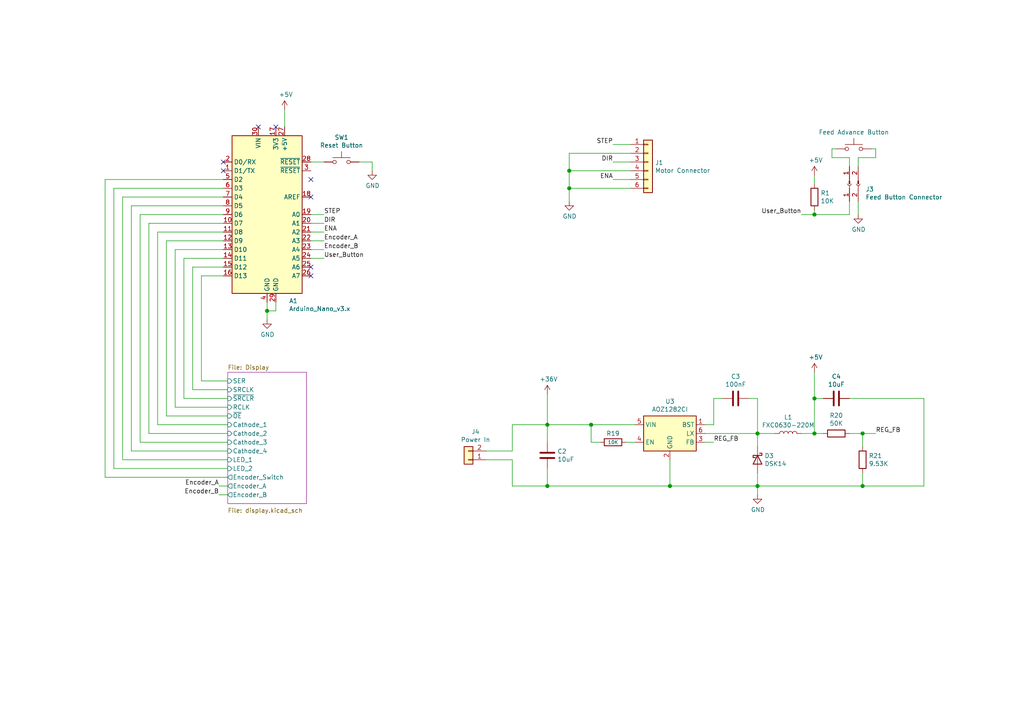
<source format=kicad_sch>
(kicad_sch (version 20210126) (generator eeschema)
  (paper "A4")
  (lib_symbols
    (symbol "Connector:Conn_01x02_Female" (pin_names hide)
      (property "Reference" "J" (at 0 2.54 0))
      (property "Value" "Conn_01x02_Female" (at 0 -5.08 0))
      (symbol "Conn_01x02_Female_1_1"
        (arc (start 0 -2.032) (end 0 -3.048) (radius (at 0 -2.54) (length 0.508) (angles 90.1 -90.1)) (stroke (width 0.1524)))
        (arc (start 0 0.508) (end 0 -0.508) (radius (at 0 0) (length 0.508) (angles 90.1 -90.1)) (stroke (width 0.1524)))
        (polyline (pts (xy -1.27 -2.54) (xy -0.508 -2.54)) (stroke (width 0.1524)))
        (polyline (pts (xy -1.27 0) (xy -0.508 0)) (stroke (width 0.1524)))
        (pin passive line (at -5.08 0 0) (length 3.81) (name "Pin_1") (number "1"))
        (pin passive line (at -5.08 -2.54 0) (length 3.81) (name "Pin_2") (number "2"))
      )
    )
    (symbol "Connector:Conn_01x02_Male" (pin_names hide)
      (property "Reference" "J" (at 0 2.54 0))
      (property "Value" "Conn_01x02_Male" (at 0 -5.08 0))
      (symbol "Conn_01x02_Male_1_1"
        (rectangle (start 0.8636 -2.413) (end 0 -2.667) (stroke (width 0.1524)) (fill (type outline)))
        (rectangle (start 0.8636 0.127) (end 0 -0.127) (stroke (width 0.1524)) (fill (type outline)))
        (polyline (pts (xy 1.27 -2.54) (xy 0.8636 -2.54)) (stroke (width 0.1524)))
        (polyline (pts (xy 1.27 0) (xy 0.8636 0)) (stroke (width 0.1524)))
        (pin passive line (at 5.08 0 180) (length 3.81) (name "Pin_1") (number "1"))
        (pin passive line (at 5.08 -2.54 180) (length 3.81) (name "Pin_2") (number "2"))
      )
    )
    (symbol "Connector_Generic:Conn_01x02" (pin_names hide)
      (property "Reference" "J" (at 0 2.54 0))
      (property "Value" "Conn_01x02" (at 0 -5.08 0))
      (symbol "Conn_01x02_1_1"
        (rectangle (start -1.27 -2.413) (end 0 -2.667) (stroke (width 0.1524)))
        (rectangle (start -1.27 0.127) (end 0 -0.127) (stroke (width 0.1524)))
        (rectangle (start -1.27 1.27) (end 1.27 -3.81) (stroke (width 0.254)) (fill (type background)))
        (pin passive line (at -5.08 0 0) (length 3.81) (name "Pin_1") (number "1"))
        (pin passive line (at -5.08 -2.54 0) (length 3.81) (name "Pin_2") (number "2"))
      )
    )
    (symbol "Connector_Generic:Conn_01x06" (pin_names hide)
      (property "Reference" "J" (at 0 7.62 0))
      (property "Value" "Conn_01x06" (at 0 -10.16 0))
      (symbol "Conn_01x06_1_1"
        (rectangle (start -1.27 -7.493) (end 0 -7.747) (stroke (width 0.1524)))
        (rectangle (start -1.27 -4.953) (end 0 -5.207) (stroke (width 0.1524)))
        (rectangle (start -1.27 -2.413) (end 0 -2.667) (stroke (width 0.1524)))
        (rectangle (start -1.27 0.127) (end 0 -0.127) (stroke (width 0.1524)))
        (rectangle (start -1.27 2.667) (end 0 2.413) (stroke (width 0.1524)))
        (rectangle (start -1.27 5.207) (end 0 4.953) (stroke (width 0.1524)))
        (rectangle (start -1.27 6.35) (end 1.27 -8.89) (stroke (width 0.254)) (fill (type background)))
        (pin passive line (at -5.08 5.08 0) (length 3.81) (name "Pin_1") (number "1"))
        (pin passive line (at -5.08 2.54 0) (length 3.81) (name "Pin_2") (number "2"))
        (pin passive line (at -5.08 0 0) (length 3.81) (name "Pin_3") (number "3"))
        (pin passive line (at -5.08 -2.54 0) (length 3.81) (name "Pin_4") (number "4"))
        (pin passive line (at -5.08 -5.08 0) (length 3.81) (name "Pin_5") (number "5"))
        (pin passive line (at -5.08 -7.62 0) (length 3.81) (name "Pin_6") (number "6"))
      )
    )
    (symbol "Device:C" (pin_numbers hide) (pin_names (offset 0.254))
      (property "Reference" "C" (at 0.635 2.54 0))
      (property "Value" "C" (at 0.635 -2.54 0))
      (symbol "C_0_1"
        (polyline (pts (xy -2.032 -0.762) (xy 2.032 -0.762)) (stroke (width 0.508)))
        (polyline (pts (xy -2.032 0.762) (xy 2.032 0.762)) (stroke (width 0.508)))
      )
      (symbol "C_1_1"
        (pin passive line (at 0 3.81 270) (length 2.794) (name "~") (number "1"))
        (pin passive line (at 0 -3.81 90) (length 2.794) (name "~") (number "2"))
      )
    )
    (symbol "Device:D_Schottky" (pin_numbers hide) (pin_names hide)
      (property "Reference" "D" (at 0 2.54 0))
      (property "Value" "D_Schottky" (at 0 -2.54 0))
      (symbol "D_Schottky_0_1"
        (polyline (pts (xy 1.27 0) (xy -1.27 0)))
        (polyline (pts (xy 1.27 1.27) (xy 1.27 -1.27) (xy -1.27 0) (xy 1.27 1.27)) (stroke (width 0.254)))
        (polyline (pts (xy -1.905 0.635) (xy -1.905 1.27) (xy -1.27 1.27) (xy -1.27 -1.27) (xy -0.635 -1.27) (xy -0.635 -0.635)) (stroke (width 0.254)))
      )
      (symbol "D_Schottky_1_1"
        (pin passive line (at -3.81 0 0) (length 2.54) (name "K") (number "1"))
        (pin passive line (at 3.81 0 180) (length 2.54) (name "A") (number "2"))
      )
    )
    (symbol "Device:L" (pin_numbers hide) (pin_names hide)
      (property "Reference" "L" (at -1.27 0 90))
      (property "Value" "L" (at 1.905 0 90))
      (symbol "L_0_1"
        (arc (start 0 -2.54) (end 0 -1.27) (radius (at 0 -1.905) (length 0.635) (angles -89.9 89.9)))
        (arc (start 0 -1.27) (end 0 0) (radius (at 0 -0.635) (length 0.635) (angles -89.9 89.9)))
        (arc (start 0 0) (end 0 1.27) (radius (at 0 0.635) (length 0.635) (angles -89.9 89.9)))
        (arc (start 0 1.27) (end 0 2.54) (radius (at 0 1.905) (length 0.635) (angles -89.9 89.9)))
      )
      (symbol "L_1_1"
        (pin passive line (at 0 3.81 270) (length 1.27) (name "1") (number "1"))
        (pin passive line (at 0 -3.81 90) (length 1.27) (name "2") (number "2"))
      )
    )
    (symbol "Device:R" (pin_numbers hide) (pin_names (offset 0))
      (property "Reference" "R" (at 2.032 0 90))
      (property "Value" "R" (at 0 0 90))
      (symbol "R_0_1"
        (rectangle (start -1.016 -2.54) (end 1.016 2.54) (stroke (width 0.254)))
      )
      (symbol "R_1_1"
        (pin passive line (at 0 3.81 270) (length 1.27) (name "~") (number "1"))
        (pin passive line (at 0 -3.81 90) (length 1.27) (name "~") (number "2"))
      )
    )
    (symbol "MCU_Module:Arduino_Nano_v3.x"
      (property "Reference" "A" (at -10.16 23.495 0))
      (property "Value" "Arduino_Nano_v3.x" (at 5.08 -24.13 0))
      (symbol "Arduino_Nano_v3.x_0_1"
        (rectangle (start -10.16 22.86) (end 10.16 -22.86) (stroke (width 0.254)) (fill (type background)))
      )
      (symbol "Arduino_Nano_v3.x_1_1"
        (pin bidirectional line (at -12.7 12.7 0) (length 2.54) (name "D1/TX") (number "1"))
        (pin bidirectional line (at -12.7 -2.54 0) (length 2.54) (name "D7") (number "10"))
        (pin bidirectional line (at -12.7 -5.08 0) (length 2.54) (name "D8") (number "11"))
        (pin bidirectional line (at -12.7 -7.62 0) (length 2.54) (name "D9") (number "12"))
        (pin bidirectional line (at -12.7 -10.16 0) (length 2.54) (name "D10") (number "13"))
        (pin bidirectional line (at -12.7 -12.7 0) (length 2.54) (name "D11") (number "14"))
        (pin bidirectional line (at -12.7 -15.24 0) (length 2.54) (name "D12") (number "15"))
        (pin bidirectional line (at -12.7 -17.78 0) (length 2.54) (name "D13") (number "16"))
        (pin power_out line (at 2.54 25.4 270) (length 2.54) (name "3V3") (number "17"))
        (pin input line (at 12.7 5.08 180) (length 2.54) (name "AREF") (number "18"))
        (pin bidirectional line (at 12.7 0 180) (length 2.54) (name "A0") (number "19"))
        (pin bidirectional line (at -12.7 15.24 0) (length 2.54) (name "D0/RX") (number "2"))
        (pin bidirectional line (at 12.7 -2.54 180) (length 2.54) (name "A1") (number "20"))
        (pin bidirectional line (at 12.7 -5.08 180) (length 2.54) (name "A2") (number "21"))
        (pin bidirectional line (at 12.7 -7.62 180) (length 2.54) (name "A3") (number "22"))
        (pin bidirectional line (at 12.7 -10.16 180) (length 2.54) (name "A4") (number "23"))
        (pin bidirectional line (at 12.7 -12.7 180) (length 2.54) (name "A5") (number "24"))
        (pin bidirectional line (at 12.7 -15.24 180) (length 2.54) (name "A6") (number "25"))
        (pin bidirectional line (at 12.7 -17.78 180) (length 2.54) (name "A7") (number "26"))
        (pin power_out line (at 5.08 25.4 270) (length 2.54) (name "+5V") (number "27"))
        (pin input line (at 12.7 15.24 180) (length 2.54) (name "~RESET") (number "28"))
        (pin power_in line (at 2.54 -25.4 90) (length 2.54) (name "GND") (number "29"))
        (pin input line (at 12.7 12.7 180) (length 2.54) (name "~RESET") (number "3"))
        (pin power_in line (at -2.54 25.4 270) (length 2.54) (name "VIN") (number "30"))
        (pin power_in line (at 0 -25.4 90) (length 2.54) (name "GND") (number "4"))
        (pin bidirectional line (at -12.7 10.16 0) (length 2.54) (name "D2") (number "5"))
        (pin bidirectional line (at -12.7 7.62 0) (length 2.54) (name "D3") (number "6"))
        (pin bidirectional line (at -12.7 5.08 0) (length 2.54) (name "D4") (number "7"))
        (pin bidirectional line (at -12.7 2.54 0) (length 2.54) (name "D5") (number "8"))
        (pin bidirectional line (at -12.7 0 0) (length 2.54) (name "D6") (number "9"))
      )
    )
    (symbol "Regulator_Switching:AOZ1282CI"
      (property "Reference" "U" (at -6.35 -6.35 0))
      (property "Value" "AOZ1282CI" (at -2.54 6.35 0))
      (symbol "AOZ1282CI_0_1"
        (rectangle (start -7.62 5.08) (end 7.62 -5.08) (stroke (width 0.254)) (fill (type background)))
      )
      (symbol "AOZ1282CI_1_1"
        (pin input line (at 10.16 2.54 180) (length 2.54) (name "BST") (number "1"))
        (pin power_in line (at 0 -7.62 90) (length 2.54) (name "GND") (number "2"))
        (pin input line (at 10.16 -2.54 180) (length 2.54) (name "FB") (number "3"))
        (pin input line (at -10.16 -2.54 0) (length 2.54) (name "EN") (number "4"))
        (pin power_in line (at -10.16 2.54 0) (length 2.54) (name "VIN") (number "5"))
        (pin power_out line (at 10.16 0 180) (length 2.54) (name "LX") (number "6"))
      )
    )
    (symbol "Switch:SW_Push" (pin_numbers hide) (pin_names hide)
      (property "Reference" "SW" (at 1.27 2.54 0))
      (property "Value" "SW_Push" (at 0 -1.524 0))
      (symbol "SW_Push_0_1"
        (circle (center -2.032 0) (radius 0.508))
        (circle (center 2.032 0) (radius 0.508))
        (polyline (pts (xy 0 1.27) (xy 0 3.048)))
        (polyline (pts (xy 2.54 1.27) (xy -2.54 1.27)))
        (pin passive line (at -5.08 0 0) (length 2.54) (name "1") (number "1"))
        (pin passive line (at 5.08 0 180) (length 2.54) (name "2") (number "2"))
      )
    )
    (symbol "power:+36V" (power) (pin_names (offset 0))
      (property "Value" "+36V" (at 0 3.556 0))
      (symbol "+36V_0_1"
        (polyline (pts (xy -0.762 1.27) (xy 0 2.54)))
        (polyline (pts (xy 0 0) (xy 0 2.54)))
        (polyline (pts (xy 0 2.54) (xy 0.762 1.27)))
      )
      (symbol "+36V_1_1"
        (pin power_in line (at 0 0 90) (length 0) hide (name "+36V") (number "1"))
      )
    )
    (symbol "power:+5V" (power) (pin_names (offset 0))
      (property "Value" "+5V" (at 0 3.556 0))
      (symbol "+5V_0_1"
        (polyline (pts (xy -0.762 1.27) (xy 0 2.54)))
        (polyline (pts (xy 0 0) (xy 0 2.54)))
        (polyline (pts (xy 0 2.54) (xy 0.762 1.27)))
      )
      (symbol "+5V_1_1"
        (pin power_in line (at 0 0 90) (length 0) hide (name "+5V") (number "1"))
      )
    )
    (symbol "power:GND" (power) (pin_names (offset 0))
      (property "Value" "GND" (at 0 -3.81 0))
      (symbol "GND_0_1"
        (polyline (pts (xy 0 0) (xy 0 -1.27) (xy 1.27 -1.27) (xy 0 -2.54) (xy -1.27 -1.27) (xy 0 -1.27)))
      )
      (symbol "GND_1_1"
        (pin power_in line (at 0 0 270) (length 0) hide (name "GND") (number "1"))
      )
    )
  )
  (junction (at 77.47 90.17) (diameter 1.016))
  (junction (at 158.75 123.19) (diameter 1.016))
  (junction (at 158.75 140.97) (diameter 1.016))
  (junction (at 165.1 49.53) (diameter 1.016))
  (junction (at 165.1 54.61) (diameter 1.016))
  (junction (at 171.45 123.19) (diameter 1.016))
  (junction (at 194.31 140.97) (diameter 1.016))
  (junction (at 219.71 125.73) (diameter 1.016))
  (junction (at 219.71 140.97) (diameter 1.016))
  (junction (at 236.22 62.23) (diameter 1.016))
  (junction (at 236.22 115.57) (diameter 1.016))
  (junction (at 236.22 125.73) (diameter 1.016))
  (junction (at 250.19 125.73) (diameter 1.016))
  (junction (at 250.19 140.97) (diameter 1.016))
  (no_connect (at 64.77 46.99))
  (no_connect (at 64.77 49.53))
  (no_connect (at 74.93 36.83))
  (no_connect (at 80.01 36.83))
  (no_connect (at 90.17 52.07))
  (no_connect (at 90.17 57.15))
  (no_connect (at 90.17 77.47))
  (no_connect (at 90.17 80.01))
  (wire (pts (xy 30.48 52.07) (xy 64.77 52.07)))
  (wire (pts (xy 30.48 138.43) (xy 30.48 52.07)))
  (wire (pts (xy 33.02 54.61) (xy 64.77 54.61)))
  (wire (pts (xy 33.02 135.89) (xy 33.02 54.61)))
  (wire (pts (xy 35.56 57.15) (xy 35.56 133.35)))
  (wire (pts (xy 35.56 133.35) (xy 66.04 133.35)))
  (wire (pts (xy 38.1 59.69) (xy 64.77 59.69)))
  (wire (pts (xy 38.1 130.81) (xy 38.1 59.69)))
  (wire (pts (xy 40.64 62.23) (xy 64.77 62.23)))
  (wire (pts (xy 40.64 128.27) (xy 40.64 62.23)))
  (wire (pts (xy 43.18 64.77) (xy 43.18 125.73)))
  (wire (pts (xy 43.18 125.73) (xy 66.04 125.73)))
  (wire (pts (xy 45.72 67.31) (xy 64.77 67.31)))
  (wire (pts (xy 45.72 123.19) (xy 45.72 67.31)))
  (wire (pts (xy 48.26 69.85) (xy 64.77 69.85)))
  (wire (pts (xy 48.26 120.65) (xy 48.26 69.85)))
  (wire (pts (xy 50.8 72.39) (xy 50.8 118.11)))
  (wire (pts (xy 50.8 118.11) (xy 66.04 118.11)))
  (wire (pts (xy 53.34 74.93) (xy 64.77 74.93)))
  (wire (pts (xy 53.34 115.57) (xy 53.34 74.93)))
  (wire (pts (xy 55.88 77.47) (xy 55.88 113.03)))
  (wire (pts (xy 55.88 113.03) (xy 66.04 113.03)))
  (wire (pts (xy 58.42 80.01) (xy 64.77 80.01)))
  (wire (pts (xy 58.42 110.49) (xy 58.42 80.01)))
  (wire (pts (xy 63.5 140.97) (xy 66.04 140.97)))
  (wire (pts (xy 63.5 143.51) (xy 66.04 143.51)))
  (wire (pts (xy 64.77 57.15) (xy 35.56 57.15)))
  (wire (pts (xy 64.77 64.77) (xy 43.18 64.77)))
  (wire (pts (xy 64.77 72.39) (xy 50.8 72.39)))
  (wire (pts (xy 64.77 77.47) (xy 55.88 77.47)))
  (wire (pts (xy 66.04 110.49) (xy 58.42 110.49)))
  (wire (pts (xy 66.04 115.57) (xy 53.34 115.57)))
  (wire (pts (xy 66.04 120.65) (xy 48.26 120.65)))
  (wire (pts (xy 66.04 123.19) (xy 45.72 123.19)))
  (wire (pts (xy 66.04 128.27) (xy 40.64 128.27)))
  (wire (pts (xy 66.04 130.81) (xy 38.1 130.81)))
  (wire (pts (xy 66.04 135.89) (xy 33.02 135.89)))
  (wire (pts (xy 66.04 138.43) (xy 30.48 138.43)))
  (wire (pts (xy 77.47 87.63) (xy 77.47 90.17)))
  (wire (pts (xy 77.47 90.17) (xy 77.47 92.71)))
  (wire (pts (xy 80.01 87.63) (xy 80.01 90.17)))
  (wire (pts (xy 80.01 90.17) (xy 77.47 90.17)))
  (wire (pts (xy 82.55 31.75) (xy 82.55 36.83)))
  (wire (pts (xy 90.17 46.99) (xy 93.98 46.99)))
  (wire (pts (xy 90.17 62.23) (xy 93.98 62.23)))
  (wire (pts (xy 90.17 64.77) (xy 93.98 64.77)))
  (wire (pts (xy 90.17 67.31) (xy 93.98 67.31)))
  (wire (pts (xy 90.17 69.85) (xy 93.98 69.85)))
  (wire (pts (xy 90.17 72.39) (xy 93.98 72.39)))
  (wire (pts (xy 90.17 74.93) (xy 93.98 74.93)))
  (wire (pts (xy 107.95 46.99) (xy 104.14 46.99)))
  (wire (pts (xy 107.95 49.53) (xy 107.95 46.99)))
  (wire (pts (xy 140.97 130.81) (xy 148.59 130.81)))
  (wire (pts (xy 140.97 133.35) (xy 148.59 133.35)))
  (wire (pts (xy 148.59 123.19) (xy 158.75 123.19)))
  (wire (pts (xy 148.59 130.81) (xy 148.59 123.19)))
  (wire (pts (xy 148.59 133.35) (xy 148.59 140.97)))
  (wire (pts (xy 148.59 140.97) (xy 158.75 140.97)))
  (wire (pts (xy 158.75 114.3) (xy 158.75 123.19)))
  (wire (pts (xy 158.75 123.19) (xy 158.75 128.27)))
  (wire (pts (xy 158.75 140.97) (xy 158.75 135.89)))
  (wire (pts (xy 158.75 140.97) (xy 194.31 140.97)))
  (wire (pts (xy 165.1 44.45) (xy 182.88 44.45)))
  (wire (pts (xy 165.1 49.53) (xy 165.1 44.45)))
  (wire (pts (xy 165.1 49.53) (xy 182.88 49.53)))
  (wire (pts (xy 165.1 54.61) (xy 165.1 49.53)))
  (wire (pts (xy 165.1 54.61) (xy 182.88 54.61)))
  (wire (pts (xy 165.1 58.42) (xy 165.1 54.61)))
  (wire (pts (xy 171.45 123.19) (xy 158.75 123.19)))
  (wire (pts (xy 171.45 123.19) (xy 171.45 128.27)))
  (wire (pts (xy 173.99 128.27) (xy 171.45 128.27)))
  (wire (pts (xy 177.8 41.91) (xy 182.88 41.91)))
  (wire (pts (xy 177.8 46.99) (xy 182.88 46.99)))
  (wire (pts (xy 177.8 52.07) (xy 182.88 52.07)))
  (wire (pts (xy 181.61 128.27) (xy 184.15 128.27)))
  (wire (pts (xy 184.15 123.19) (xy 171.45 123.19)))
  (wire (pts (xy 194.31 140.97) (xy 194.31 133.35)))
  (wire (pts (xy 194.31 140.97) (xy 219.71 140.97)))
  (wire (pts (xy 204.47 125.73) (xy 219.71 125.73)))
  (wire (pts (xy 204.47 128.27) (xy 207.01 128.27)))
  (wire (pts (xy 207.01 115.57) (xy 207.01 123.19)))
  (wire (pts (xy 207.01 123.19) (xy 204.47 123.19)))
  (wire (pts (xy 209.55 115.57) (xy 207.01 115.57)))
  (wire (pts (xy 219.71 115.57) (xy 217.17 115.57)))
  (wire (pts (xy 219.71 125.73) (xy 219.71 115.57)))
  (wire (pts (xy 219.71 125.73) (xy 219.71 129.54)))
  (wire (pts (xy 219.71 125.73) (xy 224.79 125.73)))
  (wire (pts (xy 219.71 137.16) (xy 219.71 140.97)))
  (wire (pts (xy 219.71 140.97) (xy 219.71 143.51)))
  (wire (pts (xy 219.71 140.97) (xy 250.19 140.97)))
  (wire (pts (xy 232.41 62.23) (xy 236.22 62.23)))
  (wire (pts (xy 232.41 125.73) (xy 236.22 125.73)))
  (wire (pts (xy 236.22 50.8) (xy 236.22 53.34)))
  (wire (pts (xy 236.22 60.96) (xy 236.22 62.23)))
  (wire (pts (xy 236.22 62.23) (xy 246.38 62.23)))
  (wire (pts (xy 236.22 107.95) (xy 236.22 115.57)))
  (wire (pts (xy 236.22 115.57) (xy 236.22 125.73)))
  (wire (pts (xy 236.22 115.57) (xy 238.76 115.57)))
  (wire (pts (xy 236.22 125.73) (xy 238.76 125.73)))
  (wire (pts (xy 241.3 43.18) (xy 241.3 45.72)))
  (wire (pts (xy 241.3 45.72) (xy 246.38 45.72)))
  (wire (pts (xy 242.57 43.18) (xy 241.3 43.18)))
  (wire (pts (xy 246.38 45.72) (xy 246.38 48.26)))
  (wire (pts (xy 246.38 62.23) (xy 246.38 58.42)))
  (wire (pts (xy 246.38 115.57) (xy 267.97 115.57)))
  (wire (pts (xy 248.92 45.72) (xy 254 45.72)))
  (wire (pts (xy 248.92 48.26) (xy 248.92 45.72)))
  (wire (pts (xy 248.92 58.42) (xy 248.92 62.23)))
  (wire (pts (xy 250.19 125.73) (xy 246.38 125.73)))
  (wire (pts (xy 250.19 125.73) (xy 254 125.73)))
  (wire (pts (xy 250.19 129.54) (xy 250.19 125.73)))
  (wire (pts (xy 250.19 140.97) (xy 250.19 137.16)))
  (wire (pts (xy 254 43.18) (xy 252.73 43.18)))
  (wire (pts (xy 254 45.72) (xy 254 43.18)))
  (wire (pts (xy 267.97 115.57) (xy 267.97 140.97)))
  (wire (pts (xy 267.97 140.97) (xy 250.19 140.97)))
  (label "Encoder_A" (at 63.5 140.97 180))
  (label "Encoder_B" (at 63.5 143.51 180))
  (label "STEP" (at 93.98 62.23 0))
  (label "DIR" (at 93.98 64.77 0))
  (label "ENA" (at 93.98 67.31 0))
  (label "Encoder_A" (at 93.98 69.85 0))
  (label "Encoder_B" (at 93.98 72.39 0))
  (label "User_Button" (at 93.98 74.93 0))
  (label "STEP" (at 177.8 41.91 180))
  (label "DIR" (at 177.8 46.99 180))
  (label "ENA" (at 177.8 52.07 180))
  (label "REG_FB" (at 207.01 128.27 0))
  (label "User_Button" (at 232.41 62.23 180))
  (label "REG_FB" (at 254 125.73 0))
  (symbol (lib_id "power:+5V") (at 82.55 31.75 0) (unit 1)
    (property "Reference" "#PWR02" (effects hide))
    (property "Value" "+5V" (at 82.9183 27.4256 0))
  )
  (symbol (lib_id "power:+36V") (at 158.75 114.3 0) (unit 1)
    (property "Reference" "#PWR0101" (effects hide))
    (property "Value" "+36V" (at 159.1183 109.9756 0))
  )
  (symbol (lib_id "power:+5V") (at 236.22 50.8 0) (unit 1)
    (property "Reference" "#PWR05" (effects hide))
    (property "Value" "+5V" (at 236.5883 46.4756 0))
  )
  (symbol (lib_id "power:+5V") (at 236.22 107.95 0) (unit 1)
    (property "Reference" "#PWR0102" (effects hide))
    (property "Value" "+5V" (at 236.5883 103.6256 0))
  )
  (symbol (lib_id "Device:L") (at 228.6 125.73 90) (unit 1)
    (property "Reference" "L1" (at 228.6 121.0118 90))
    (property "Value" "FXC0630-220M" (at 228.6 123.31 90))
    (property "Footprint" "sonstige:FXC0630-220M" (effects hide))
    (property "Datasheet" "~https://datasheet.lcsc.com/szlcsc/Changjiang-Microelectronics-Tech-FXC0630-220M_C208103.pdf" (effects hide))
    (property "lcsc" "https://lcsc.com/product-detail/Power-Inductors_cjiang-Changjiang-Microelectronics-Tech-FXC0630-220M_C208103.html" (effects hide))
  )
  (symbol (lib_id "power:GND") (at 77.47 92.71 0) (unit 1)
    (property "Reference" "#PWR01" (effects hide))
    (property "Value" "GND" (at 77.5843 97.0344 0))
  )
  (symbol (lib_id "power:GND") (at 107.95 49.53 0) (unit 1)
    (property "Reference" "#PWR03" (effects hide))
    (property "Value" "GND" (at 108.0643 53.8544 0))
  )
  (symbol (lib_id "power:GND") (at 165.1 58.42 0) (unit 1)
    (property "Reference" "#PWR04" (effects hide))
    (property "Value" "GND" (at 165.2143 62.7444 0))
  )
  (symbol (lib_id "power:GND") (at 219.71 143.51 0) (unit 1)
    (property "Reference" "#PWR0103" (effects hide))
    (property "Value" "GND" (at 219.8243 147.8344 0))
  )
  (symbol (lib_id "power:GND") (at 248.92 62.23 0) (unit 1)
    (property "Reference" "#PWR06" (effects hide))
    (property "Value" "GND" (at 249.0343 66.5544 0))
  )
  (symbol (lib_id "Device:R") (at 177.8 128.27 90) (unit 1)
    (property "Reference" "R19" (at 177.8 125.73 90))
    (property "Value" "10K" (at 177.8 128.27 90) (effects (font (size 1 1))))
    (property "Footprint" "Resistor_SMD:R_0603_1608Metric_Pad0.98x0.95mm_HandSolder" (effects hide))
  )
  (symbol (lib_id "Device:R") (at 236.22 57.15 180) (unit 1)
    (property "Reference" "R1" (at 237.9981 56.0006 0) (effects (justify right)))
    (property "Value" "10K" (at 237.998 58.299 0) (effects (justify right)))
    (property "Footprint" "Resistor_SMD:R_0603_1608Metric_Pad0.98x0.95mm_HandSolder" (effects hide))
  )
  (symbol (lib_id "Device:R") (at 242.57 125.73 270) (unit 1)
    (property "Reference" "R20" (at 242.57 120.5038 90))
    (property "Value" "50K" (at 242.57 122.802 90))
    (property "Footprint" "Resistor_SMD:R_0603_1608Metric_Pad0.98x0.95mm_HandSolder" (effects hide))
  )
  (symbol (lib_id "Device:R") (at 250.19 133.35 0) (unit 1)
    (property "Reference" "R21" (at 251.9681 132.2006 0) (effects (justify left)))
    (property "Value" "9.53K" (at 251.968 134.499 0) (effects (justify left)))
    (property "Footprint" "Resistor_SMD:R_0603_1608Metric_Pad0.98x0.95mm_HandSolder" (effects hide))
  )
  (symbol (lib_id "Device:D_Schottky") (at 219.71 133.35 270) (unit 1)
    (property "Reference" "D3" (at 221.7421 132.2006 90) (effects (justify left)))
    (property "Value" "DSK14" (at 221.742 134.499 90) (effects (justify left)))
    (property "Footprint" "Diode_SMD:D_SOD-123" (effects hide))
  )
  (symbol (lib_id "Connector:Conn_01x02_Male") (at 246.38 53.34 90) (unit 1) (on_board no)
    (property "Reference" "J2" (effects hide))
    (property "Value" "Feed Advance Stecker" (effects hide))
  )
  (symbol (lib_id "Connector:Conn_01x02_Female") (at 246.38 53.34 90) (unit 1)
    (property "Reference" "J3" (at 251.0537 54.883 90) (effects (justify right)))
    (property "Value" "Feed Button Connector" (at 251.054 57.182 90) (effects (justify right)))
    (property "Footprint" "sonstige:WJ15EDGRC-3.81-2P" (effects hide))
  )
  (symbol (lib_id "Connector_Generic:Conn_01x02") (at 135.89 133.35 180) (unit 1)
    (property "Reference" "J4" (at 137.922 125.2282 0))
    (property "Value" "Power In" (at 137.922 127.527 0))
    (property "Footprint" "sonstige:WJ15EDGRC-3.81-2P" (effects hide))
  )
  (symbol (lib_id "Device:C") (at 158.75 132.08 0) (unit 1)
    (property "Reference" "C2" (at 161.6711 130.9306 0) (effects (justify left)))
    (property "Value" "10uF" (at 161.671 133.229 0) (effects (justify left)))
    (property "Footprint" "Capacitor_SMD:C_0805_2012Metric_Pad1.18x1.45mm_HandSolder" (effects hide))
  )
  (symbol (lib_id "Device:C") (at 213.36 115.57 90) (unit 1)
    (property "Reference" "C3" (at 213.36 109.2008 90))
    (property "Value" "100nF" (at 213.36 111.499 90))
    (property "Footprint" "Capacitor_SMD:C_0603_1608Metric_Pad1.08x0.95mm_HandSolder" (effects hide))
  )
  (symbol (lib_id "Device:C") (at 242.57 115.57 90) (unit 1)
    (property "Reference" "C4" (at 242.57 109.2008 90))
    (property "Value" "10uF" (at 242.57 111.5 90))
    (property "Footprint" "Capacitor_SMD:C_0805_2012Metric_Pad1.18x1.45mm_HandSolder" (effects hide))
  )
  (symbol (lib_id "Switch:SW_Push") (at 99.06 46.99 0) (unit 1)
    (property "Reference" "SW1" (at 99.06 39.8588 0))
    (property "Value" "Reset Button" (at 99.06 42.158 0))
    (property "Footprint" "sonstige:WJ15EDGRC-3.81-2P" (effects hide))
  )
  (symbol (lib_id "Switch:SW_Push") (at 247.65 43.18 0) (unit 1) (on_board no)
    (property "Reference" "SW2" (effects hide))
    (property "Value" "Feed Advance Button" (at 247.65 38.348 0))
    (property "Footprint" "sonstige:WJ15EDGRC-3.81-2P" (effects hide))
  )
  (symbol (lib_id "Connector_Generic:Conn_01x06") (at 187.96 46.99 0) (unit 1)
    (property "Reference" "J1" (at 189.9921 47.1614 0) (effects (justify left)))
    (property "Value" "Motor Connector" (at 189.992 49.46 0) (effects (justify left)))
    (property "Footprint" "sonstige:WJ15EDGRC-3.81-6P" (effects hide))
  )
  (symbol (lib_id "Regulator_Switching:AOZ1282CI") (at 194.31 125.73 0) (unit 1)
    (property "Reference" "U3" (at 194.31 116.4398 0))
    (property "Value" "AOZ1282CI" (at 194.31 118.7385 0))
    (property "Footprint" "Package_TO_SOT_SMD:SOT-23-6" (effects hide))
    (property "Datasheet" "http://aosmd.com/res/data_sheets/AOZ1282CI.pdf" (effects hide))
  )
  (symbol (lib_id "MCU_Module:Arduino_Nano_v3.x") (at 77.47 62.23 0) (unit 1)
    (property "Reference" "A1" (at 85.09 87.2554 0))
    (property "Value" "Arduino_Nano_v3.x" (at 92.71 89.5541 0))
    (property "Footprint" "Module:Arduino_Nano" (effects hide))
    (property "Datasheet" "http://www.mouser.com/pdfdocs/Gravitech_Arduino_Nano3_0.pdf" (effects hide))
  )
  (sheet (at 66.04 107.95) (size 22.86 38.1) (stroke (width 0.001) (color 132 0 132 1)) (fill (color 255 255 255 0.0000))
    (property "Schaltplanname" "Display" (at 66.04 107.3141 0) (effects (justify left bottom)))
    (property "Sheet file" "display.kicad_sch" (at 66.04 147.32 0) (effects (justify left top)))
    (pin "SER" input (at 66.04 110.49 180))
    (pin "SRCLK" input (at 66.04 113.03 180))
    (pin "~SRCLR" input (at 66.04 115.57 180))
    (pin "RCLK" input (at 66.04 118.11 180))
    (pin "~OE" input (at 66.04 120.65 180))
    (pin "Cathode_2" input (at 66.04 125.73 180))
    (pin "Cathode_3" input (at 66.04 128.27 180))
    (pin "Cathode_4" input (at 66.04 130.81 180))
    (pin "Cathode_1" input (at 66.04 123.19 180))
    (pin "LED_1" input (at 66.04 133.35 180))
    (pin "LED_2" input (at 66.04 135.89 180))
    (pin "Encoder_Switch" output (at 66.04 138.43 180))
    (pin "Encoder_A" output (at 66.04 140.97 180))
    (pin "Encoder_B" output (at 66.04 143.51 180))
  )
)
</source>
